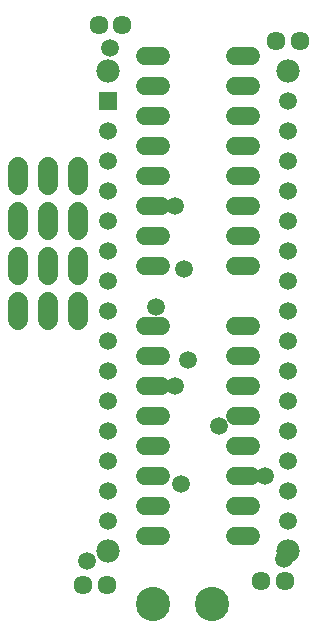
<source format=gbr>
G04 EAGLE Gerber RS-274X export*
G75*
%MOMM*%
%FSLAX34Y34*%
%LPD*%
%INSoldermask Top*%
%IPPOS*%
%AMOC8*
5,1,8,0,0,1.08239X$1,22.5*%
G01*
%ADD10C,1.981200*%
%ADD11R,1.511200X1.511200*%
%ADD12C,1.511200*%
%ADD13C,2.903200*%
%ADD14C,1.524000*%
%ADD15C,1.727200*%
%ADD16C,1.611200*%
%ADD17C,1.503200*%


D10*
X114300Y488950D03*
D11*
X114300Y463550D03*
D12*
X114300Y438150D03*
X114300Y412750D03*
X114300Y387350D03*
X114300Y361950D03*
X114300Y336550D03*
X114300Y311150D03*
X114300Y285750D03*
X114300Y260350D03*
X114300Y234950D03*
X114300Y209550D03*
X114300Y184150D03*
X114300Y158750D03*
X114300Y133350D03*
X114300Y107950D03*
X266700Y107950D03*
X266700Y133350D03*
X266700Y158750D03*
X266700Y184150D03*
X266700Y209550D03*
X266700Y234950D03*
X266700Y260350D03*
X266700Y285750D03*
X266700Y311150D03*
X266700Y336550D03*
X266700Y361950D03*
X266700Y387350D03*
X266700Y412750D03*
X266700Y438150D03*
X266700Y463550D03*
D10*
X266700Y488950D03*
X266700Y82550D03*
X114300Y82550D03*
D13*
X202800Y38100D03*
X152800Y38100D03*
D14*
X159004Y95250D02*
X145796Y95250D01*
X145796Y120650D02*
X159004Y120650D01*
X159004Y247650D02*
X145796Y247650D01*
X145796Y273050D02*
X159004Y273050D01*
X159004Y146050D02*
X145796Y146050D01*
X145796Y171450D02*
X159004Y171450D01*
X159004Y222250D02*
X145796Y222250D01*
X145796Y196850D02*
X159004Y196850D01*
X221996Y273050D02*
X235204Y273050D01*
X235204Y247650D02*
X221996Y247650D01*
X221996Y222250D02*
X235204Y222250D01*
X235204Y196850D02*
X221996Y196850D01*
X221996Y171450D02*
X235204Y171450D01*
X235204Y146050D02*
X221996Y146050D01*
X221996Y120650D02*
X235204Y120650D01*
X235204Y95250D02*
X221996Y95250D01*
X159004Y323850D02*
X145796Y323850D01*
X145796Y349250D02*
X159004Y349250D01*
X159004Y476250D02*
X145796Y476250D01*
X145796Y501650D02*
X159004Y501650D01*
X159004Y374650D02*
X145796Y374650D01*
X145796Y400050D02*
X159004Y400050D01*
X159004Y450850D02*
X145796Y450850D01*
X145796Y425450D02*
X159004Y425450D01*
X221996Y501650D02*
X235204Y501650D01*
X235204Y476250D02*
X221996Y476250D01*
X221996Y450850D02*
X235204Y450850D01*
X235204Y425450D02*
X221996Y425450D01*
X221996Y400050D02*
X235204Y400050D01*
X235204Y374650D02*
X221996Y374650D01*
X221996Y349250D02*
X235204Y349250D01*
X235204Y323850D02*
X221996Y323850D01*
D15*
X88900Y293370D02*
X88900Y278130D01*
X63500Y278130D02*
X63500Y293370D01*
X38100Y293370D02*
X38100Y278130D01*
X88900Y316230D02*
X88900Y331470D01*
X63500Y331470D02*
X63500Y316230D01*
X38100Y316230D02*
X38100Y331470D01*
X88900Y354330D02*
X88900Y369570D01*
X63500Y369570D02*
X63500Y354330D01*
X38100Y354330D02*
X38100Y369570D01*
X88900Y392430D02*
X88900Y407670D01*
X63500Y407670D02*
X63500Y392430D01*
X38100Y392430D02*
X38100Y407670D01*
D16*
X113759Y54039D03*
X93759Y54039D03*
X264000Y57150D03*
X244000Y57150D03*
X106523Y528447D03*
X126523Y528447D03*
X276827Y514223D03*
X256827Y514223D03*
D17*
X208217Y188786D03*
X179007Y321437D03*
X155575Y288925D03*
X171450Y222250D03*
X171450Y374650D03*
X247650Y146050D03*
X182245Y244475D03*
X176657Y139192D03*
X96520Y74486D03*
X263589Y76073D03*
X116586Y508445D03*
M02*

</source>
